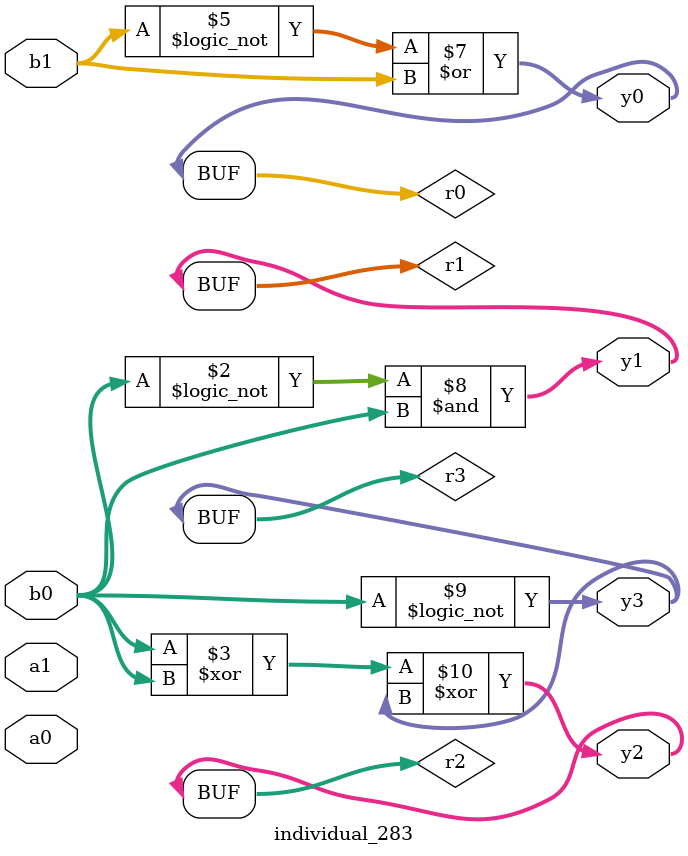
<source format=sv>
module individual_283(input logic [15:0] a1, input logic [15:0] a0, input logic [15:0] b1, input logic [15:0] b0, output logic [15:0] y3, output logic [15:0] y2, output logic [15:0] y1, output logic [15:0] y0);
logic [15:0] r0, r1, r2, r3;  always@(*) begin 	 r0 = a0; r1 = a1; r2 = b0; r3 = b1;  	 r1 = ! b0 ; 	 r2  ^=  b0 ; 	 r0  ^=  r3 ; 	 r0 = ! r3 ; 	 r3  &=  r3 ; 	 r0  |=  b1 ; 	 r1  &=  b0 ; 	 r3 = ! b0 ; 	 r2  ^=  r3 ; 	 y3 = r3; y2 = r2; y1 = r1; y0 = r0; end
endmodule
</source>
